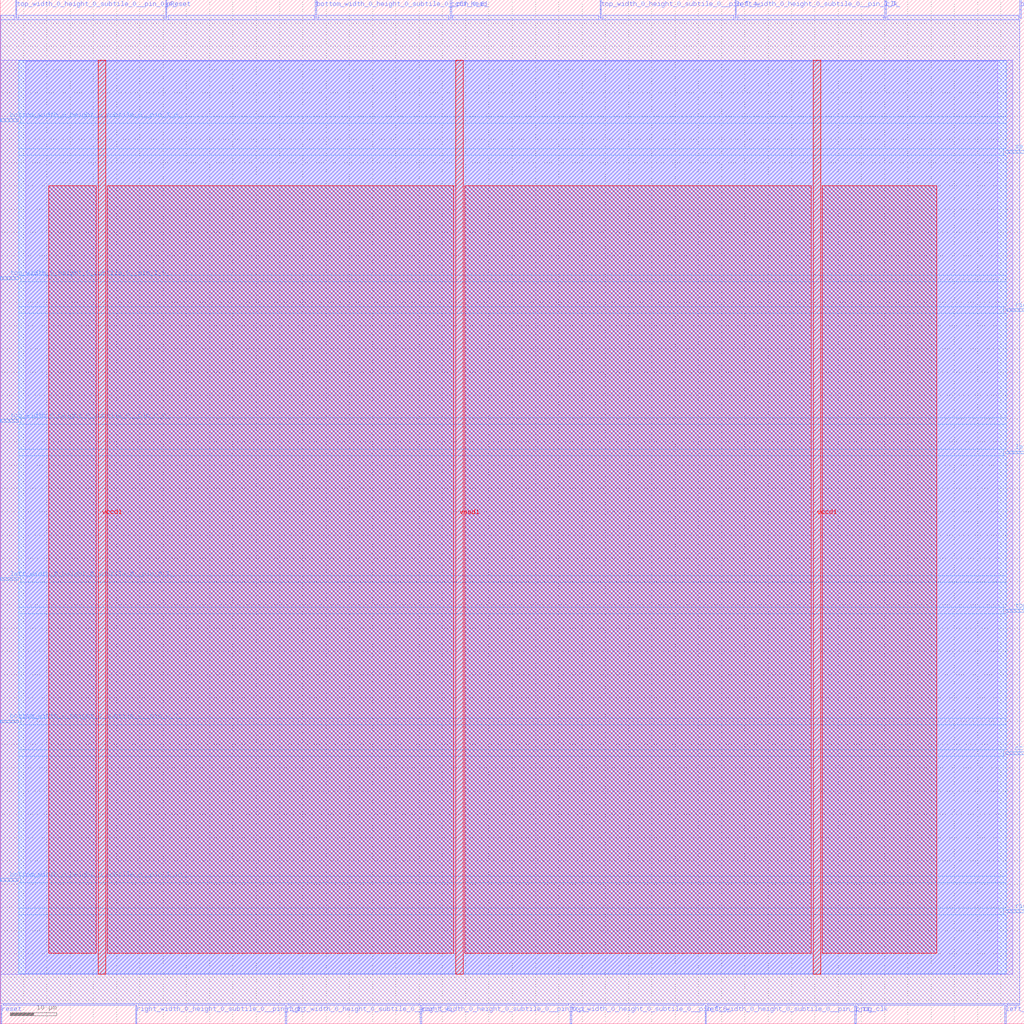
<source format=lef>
VERSION 5.7 ;
  NOWIREEXTENSIONATPIN ON ;
  DIVIDERCHAR "/" ;
  BUSBITCHARS "[]" ;
MACRO grid_clb
  CLASS BLOCK ;
  FOREIGN grid_clb ;
  ORIGIN 0.000 0.000 ;
  SIZE 220.000 BY 220.000 ;
  PIN bottom_width_0_height_0_subtile_0__pin_I_10_
    DIRECTION INPUT ;
    USE SIGNAL ;
    PORT
      LAYER met3 ;
        RECT 0.000 30.640 4.000 31.240 ;
    END
  END bottom_width_0_height_0_subtile_0__pin_I_10_
  PIN bottom_width_0_height_0_subtile_0__pin_I_2_
    DIRECTION INPUT ;
    USE SIGNAL ;
    PORT
      LAYER met2 ;
        RECT 219.050 216.000 219.330 220.000 ;
    END
  END bottom_width_0_height_0_subtile_0__pin_I_2_
  PIN bottom_width_0_height_0_subtile_0__pin_I_6_
    DIRECTION INPUT ;
    USE SIGNAL ;
    PORT
      LAYER met3 ;
        RECT 0.000 193.840 4.000 194.440 ;
    END
  END bottom_width_0_height_0_subtile_0__pin_I_6_
  PIN bottom_width_0_height_0_subtile_0__pin_O_2_
    DIRECTION OUTPUT TRISTATE ;
    USE SIGNAL ;
    PORT
      LAYER met3 ;
        RECT 0.000 64.640 4.000 65.240 ;
    END
  END bottom_width_0_height_0_subtile_0__pin_O_2_
  PIN bottom_width_0_height_0_subtile_0__pin_O_6_
    DIRECTION OUTPUT TRISTATE ;
    USE SIGNAL ;
    PORT
      LAYER met2 ;
        RECT 67.710 216.000 67.990 220.000 ;
    END
  END bottom_width_0_height_0_subtile_0__pin_O_6_
  PIN ccff_head
    DIRECTION INPUT ;
    USE SIGNAL ;
    PORT
      LAYER met2 ;
        RECT 96.690 216.000 96.970 220.000 ;
    END
  END ccff_head
  PIN ccff_tail
    DIRECTION OUTPUT TRISTATE ;
    USE SIGNAL ;
    PORT
      LAYER met3 ;
        RECT 216.000 57.840 220.000 58.440 ;
    END
  END ccff_tail
  PIN clk
    DIRECTION INPUT ;
    USE SIGNAL ;
    PORT
      LAYER met2 ;
        RECT 190.070 216.000 190.350 220.000 ;
    END
  END clk
  PIN left_width_0_height_0_subtile_0__pin_I_11_
    DIRECTION INPUT ;
    USE SIGNAL ;
    PORT
      LAYER met2 ;
        RECT 151.430 0.000 151.710 4.000 ;
    END
  END left_width_0_height_0_subtile_0__pin_I_11_
  PIN left_width_0_height_0_subtile_0__pin_I_3_
    DIRECTION INPUT ;
    USE SIGNAL ;
    PORT
      LAYER met3 ;
        RECT 216.000 122.440 220.000 123.040 ;
    END
  END left_width_0_height_0_subtile_0__pin_I_3_
  PIN left_width_0_height_0_subtile_0__pin_I_7_
    DIRECTION INPUT ;
    USE SIGNAL ;
    PORT
      LAYER met2 ;
        RECT 157.870 216.000 158.150 220.000 ;
    END
  END left_width_0_height_0_subtile_0__pin_I_7_
  PIN left_width_0_height_0_subtile_0__pin_O_3_
    DIRECTION OUTPUT TRISTATE ;
    USE SIGNAL ;
    PORT
      LAYER met2 ;
        RECT 215.830 0.000 216.110 4.000 ;
    END
  END left_width_0_height_0_subtile_0__pin_O_3_
  PIN left_width_0_height_0_subtile_0__pin_O_7_
    DIRECTION OUTPUT TRISTATE ;
    USE SIGNAL ;
    PORT
      LAYER met3 ;
        RECT 0.000 95.240 4.000 95.840 ;
    END
  END left_width_0_height_0_subtile_0__pin_O_7_
  PIN pReset
    DIRECTION INPUT ;
    USE SIGNAL ;
    PORT
      LAYER met2 ;
        RECT 35.510 216.000 35.790 220.000 ;
    END
  END pReset
  PIN prog_clk
    DIRECTION INPUT ;
    USE SIGNAL ;
    PORT
      LAYER met2 ;
        RECT 183.630 0.000 183.910 4.000 ;
    END
  END prog_clk
  PIN reset
    DIRECTION INPUT ;
    USE SIGNAL ;
    PORT
      LAYER met2 ;
        RECT 0.090 0.000 0.370 4.000 ;
    END
  END reset
  PIN right_width_0_height_0_subtile_0__pin_I_1_
    DIRECTION INPUT ;
    USE SIGNAL ;
    PORT
      LAYER met2 ;
        RECT 29.070 0.000 29.350 4.000 ;
    END
  END right_width_0_height_0_subtile_0__pin_I_1_
  PIN right_width_0_height_0_subtile_0__pin_I_5_
    DIRECTION INPUT ;
    USE SIGNAL ;
    PORT
      LAYER met2 ;
        RECT 61.270 0.000 61.550 4.000 ;
    END
  END right_width_0_height_0_subtile_0__pin_I_5_
  PIN right_width_0_height_0_subtile_0__pin_I_9_
    DIRECTION INPUT ;
    USE SIGNAL ;
    PORT
      LAYER met3 ;
        RECT 216.000 23.840 220.000 24.440 ;
    END
  END right_width_0_height_0_subtile_0__pin_I_9_
  PIN right_width_0_height_0_subtile_0__pin_O_1_
    DIRECTION OUTPUT TRISTATE ;
    USE SIGNAL ;
    PORT
      LAYER met2 ;
        RECT 90.250 0.000 90.530 4.000 ;
    END
  END right_width_0_height_0_subtile_0__pin_O_1_
  PIN right_width_0_height_0_subtile_0__pin_O_5_
    DIRECTION OUTPUT TRISTATE ;
    USE SIGNAL ;
    PORT
      LAYER met3 ;
        RECT 216.000 153.040 220.000 153.640 ;
    END
  END right_width_0_height_0_subtile_0__pin_O_5_
  PIN set
    DIRECTION INPUT ;
    USE SIGNAL ;
    PORT
      LAYER met3 ;
        RECT 216.000 187.040 220.000 187.640 ;
    END
  END set
  PIN top_width_0_height_0_subtile_0__pin_I_0_
    DIRECTION INPUT ;
    USE SIGNAL ;
    PORT
      LAYER met3 ;
        RECT 0.000 159.840 4.000 160.440 ;
    END
  END top_width_0_height_0_subtile_0__pin_I_0_
  PIN top_width_0_height_0_subtile_0__pin_I_4_
    DIRECTION INPUT ;
    USE SIGNAL ;
    PORT
      LAYER met2 ;
        RECT 128.890 216.000 129.170 220.000 ;
    END
  END top_width_0_height_0_subtile_0__pin_I_4_
  PIN top_width_0_height_0_subtile_0__pin_I_8_
    DIRECTION INPUT ;
    USE SIGNAL ;
    PORT
      LAYER met2 ;
        RECT 122.450 0.000 122.730 4.000 ;
    END
  END top_width_0_height_0_subtile_0__pin_I_8_
  PIN top_width_0_height_0_subtile_0__pin_O_0_
    DIRECTION OUTPUT TRISTATE ;
    USE SIGNAL ;
    PORT
      LAYER met3 ;
        RECT 0.000 129.240 4.000 129.840 ;
    END
  END top_width_0_height_0_subtile_0__pin_O_0_
  PIN top_width_0_height_0_subtile_0__pin_O_4_
    DIRECTION OUTPUT TRISTATE ;
    USE SIGNAL ;
    PORT
      LAYER met2 ;
        RECT 3.310 216.000 3.590 220.000 ;
    END
  END top_width_0_height_0_subtile_0__pin_O_4_
  PIN top_width_0_height_0_subtile_0__pin_clk_0_
    DIRECTION INPUT ;
    USE SIGNAL ;
    PORT
      LAYER met3 ;
        RECT 216.000 88.440 220.000 89.040 ;
    END
  END top_width_0_height_0_subtile_0__pin_clk_0_
  PIN vccd1
    DIRECTION INOUT ;
    USE POWER ;
    PORT
      LAYER met4 ;
        RECT 21.040 10.640 22.640 206.960 ;
    END
    PORT
      LAYER met4 ;
        RECT 174.640 10.640 176.240 206.960 ;
    END
  END vccd1
  PIN vssd1
    DIRECTION INOUT ;
    USE GROUND ;
    PORT
      LAYER met4 ;
        RECT 97.840 10.640 99.440 206.960 ;
    END
  END vssd1
  OBS
      LAYER li1 ;
        RECT 5.520 10.795 214.360 206.805 ;
      LAYER met1 ;
        RECT 0.070 10.640 217.510 206.960 ;
      LAYER met2 ;
        RECT 0.100 215.720 3.030 216.650 ;
        RECT 3.870 215.720 35.230 216.650 ;
        RECT 36.070 215.720 67.430 216.650 ;
        RECT 68.270 215.720 96.410 216.650 ;
        RECT 97.250 215.720 128.610 216.650 ;
        RECT 129.450 215.720 157.590 216.650 ;
        RECT 158.430 215.720 189.790 216.650 ;
        RECT 190.630 215.720 218.770 216.650 ;
        RECT 0.100 4.280 219.050 215.720 ;
        RECT 0.650 4.000 28.790 4.280 ;
        RECT 29.630 4.000 60.990 4.280 ;
        RECT 61.830 4.000 89.970 4.280 ;
        RECT 90.810 4.000 122.170 4.280 ;
        RECT 123.010 4.000 151.150 4.280 ;
        RECT 151.990 4.000 183.350 4.280 ;
        RECT 184.190 4.000 215.550 4.280 ;
        RECT 216.390 4.000 219.050 4.280 ;
      LAYER met3 ;
        RECT 4.000 194.840 216.135 206.885 ;
        RECT 4.400 193.440 216.135 194.840 ;
        RECT 4.000 188.040 216.135 193.440 ;
        RECT 4.000 186.640 215.600 188.040 ;
        RECT 4.000 160.840 216.135 186.640 ;
        RECT 4.400 159.440 216.135 160.840 ;
        RECT 4.000 154.040 216.135 159.440 ;
        RECT 4.000 152.640 215.600 154.040 ;
        RECT 4.000 130.240 216.135 152.640 ;
        RECT 4.400 128.840 216.135 130.240 ;
        RECT 4.000 123.440 216.135 128.840 ;
        RECT 4.000 122.040 215.600 123.440 ;
        RECT 4.000 96.240 216.135 122.040 ;
        RECT 4.400 94.840 216.135 96.240 ;
        RECT 4.000 89.440 216.135 94.840 ;
        RECT 4.000 88.040 215.600 89.440 ;
        RECT 4.000 65.640 216.135 88.040 ;
        RECT 4.400 64.240 216.135 65.640 ;
        RECT 4.000 58.840 216.135 64.240 ;
        RECT 4.000 57.440 215.600 58.840 ;
        RECT 4.000 31.640 216.135 57.440 ;
        RECT 4.400 30.240 216.135 31.640 ;
        RECT 4.000 24.840 216.135 30.240 ;
        RECT 4.000 23.440 215.600 24.840 ;
        RECT 4.000 10.715 216.135 23.440 ;
      LAYER met4 ;
        RECT 10.415 15.135 20.640 180.025 ;
        RECT 23.040 15.135 97.440 180.025 ;
        RECT 99.840 15.135 174.240 180.025 ;
        RECT 176.640 15.135 201.185 180.025 ;
  END
END grid_clb
END LIBRARY


</source>
